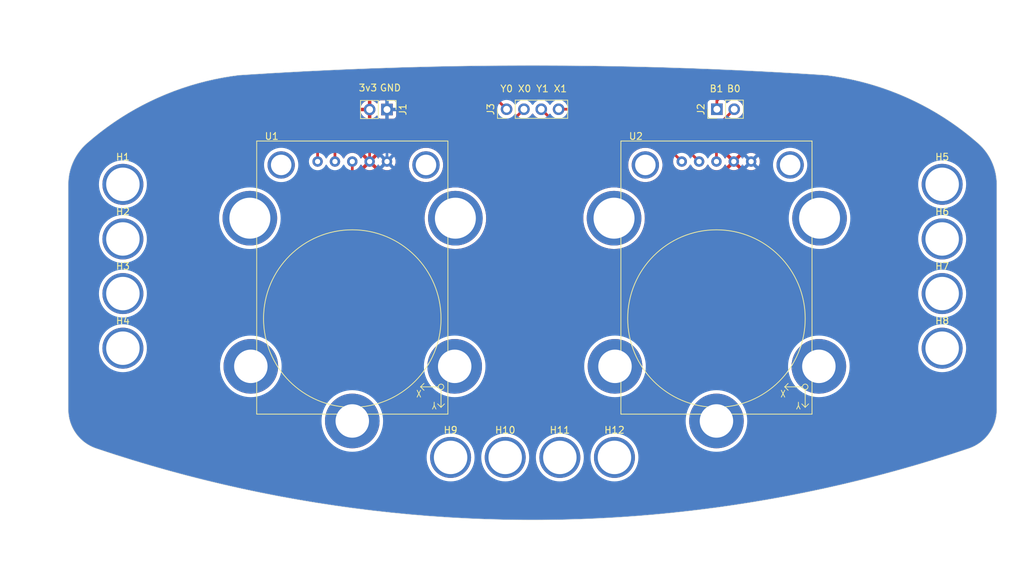
<source format=kicad_pcb>
(kicad_pcb (version 20221018) (generator pcbnew)
  (layers (0 "F.Cu" signal) (31 "B.Cu" signal) (34 "B.Paste" user) (35 "F.Paste" user) (36 "B.SilkS" user "B.Silkscreen") (37 "F.SilkS" user "F.Silkscreen") (38 "B.Mask" user) (39 "F.Mask" user) (44 "Edge.Cuts" user))
  (net 0 "")
  (net 1 "Y0")
  (net 2 "X0")
  (net 3 "3v3")
  (net 4 "Button0")
  (net 5 "GND")
  (net 6 "Y1")
  (net 7 "X1")
  (net 8 "Button1")
  (footprint "MountingHole:MountingHole_4mm" (layer "F.Cu") (at 68 77)
    (fp_text reference "H1" (at 0 -4) (layer "F.SilkS"))
    (fp_text value "MountingHole")
    (pad "" np_thru_hole circle (at 0 0) (size 6 6) (drill 4.9) (layers "*.Cu" "*.Mask"))
  )
  (footprint "MountingHole:MountingHole_4mm" (layer "F.Cu") (at 68 85)
    (fp_text reference "H2" (at 0 -4) (layer "F.SilkS"))
    (fp_text value "MountingHole")
    (pad "" np_thru_hole circle (at 0 0) (size 6 6) (drill 4.9) (layers "*.Cu" "*.Mask"))
  )
  (footprint "MountingHole:MountingHole_4mm" (layer "F.Cu") (at 68 93)
    (fp_text reference "H3" (at 0 -4) (layer "F.SilkS"))
    (fp_text value "MountingHole")
    (pad "" np_thru_hole circle (at 0 0) (size 6 6) (drill 4.9) (layers "*.Cu" "*.Mask"))
  )
  (footprint "MountingHole:MountingHole_4mm" (layer "F.Cu") (at 68 101)
    (fp_text reference "H4" (at 0 -4) (layer "F.SilkS"))
    (fp_text value "MountingHole")
    (pad "" np_thru_hole circle (at 0 0) (size 6 6) (drill 4.9) (layers "*.Cu" "*.Mask"))
  )
  (footprint "MountingHole:MountingHole_4mm" (layer "F.Cu") (at 188 85)
    (fp_text reference "H6" (at 0 -4) (layer "F.SilkS"))
    (fp_text value "MountingHole")
    (pad "" np_thru_hole circle (at 0 0) (size 6 6) (drill 4.9) (layers "*.Cu" "*.Mask"))
  )
  (footprint "MountingHole:MountingHole_4mm" (layer "F.Cu") (at 188 93)
    (fp_text reference "H7" (at 0 -4) (layer "F.SilkS"))
    (fp_text value "MountingHole")
    (pad "" np_thru_hole circle (at 0 0) (size 6 6) (drill 4.9) (layers "*.Cu" "*.Mask"))
  )
  (footprint "MountingHole:MountingHole_4mm" (layer "F.Cu") (at 188 101)
    (fp_text reference "H8" (at 0 -4) (layer "F.SilkS"))
    (fp_text value "MountingHole")
    (pad "" np_thru_hole circle (at 0 0) (size 6 6) (drill 4.9) (layers "*.Cu" "*.Mask"))
  )
  (footprint "MountingHole:MountingHole_4mm" (layer "F.Cu") (at 188 77)
    (fp_text reference "H5" (at 0 -4) (layer "F.SilkS"))
    (fp_text value "MountingHole")
    (pad "" np_thru_hole circle (at 0 0) (size 6 6) (drill 4.9) (layers "*.Cu" "*.Mask"))
  )
  (footprint "Connector_PinHeader_2.54mm:PinHeader_1x02_P2.54mm_Vertical" (layer "F.Cu") (at 106.68 66.04 -90)
    (fp_text reference "J1" (at 0 -2.33 90) (layer "F.SilkS"))
    (fp_text value "Conn_01x02")
    (fp_line (start -1.33 -1.33) (end 0 -1.33) (stroke (width 0.12)) (layer "F.SilkS"))
    (fp_line (start -1.33 0) (end -1.33 -1.33) (stroke (width 0.12)) (layer "F.SilkS"))
    (fp_line (start -1.33 1.27) (end -1.33 3.87) (stroke (width 0.12)) (layer "F.SilkS"))
    (fp_line (start -1.33 1.27) (end 1.33 1.27) (stroke (width 0.12)) (layer "F.SilkS"))
    (fp_line (start -1.33 3.87) (end 1.33 3.87) (stroke (width 0.12)) (layer "F.SilkS"))
    (fp_line (start 1.33 1.27) (end 1.33 3.87) (stroke (width 0.12)) (layer "F.SilkS"))
    (pad "1" thru_hole rect (at 0 0 270) (size 1.7 1.7) (drill 1) (layers "*.Cu" "*.Mask") (net 5 "GND"))
    (pad "2" thru_hole oval (at 0 2.54 270) (size 1.7 1.7) (drill 1) (layers "*.Cu" "*.Mask") (net 3 "3v3"))
  )
  (footprint "MountingHole:MountingHole_4mm" (layer "F.Cu") (at 132 117)
    (fp_text reference "H11" (at 0 -4) (layer "F.SilkS"))
    (fp_text value "MountingHole")
    (pad "" np_thru_hole circle (at 0 0) (size 6 6) (drill 4.9) (layers "*.Cu" "*.Mask"))
  )
  (footprint "MountingHole:MountingHole_4mm" (layer "F.Cu") (at 124 117)
    (fp_text reference "H10" (at 0 -4) (layer "F.SilkS"))
    (fp_text value "MountingHole")
    (pad "" np_thru_hole circle (at 0 0) (size 6 6) (drill 4.9) (layers "*.Cu" "*.Mask"))
  )
  (footprint "joystick-board:joystick" (layer "F.Cu") (at 154.94 73.66)
    (fp_text reference "U2" (at -11.8 -3.7) (layer "F.SilkS"))
    (fp_text value "joystick")
    (fp_line (start -14 -3) (end 14 -3) (stroke (width 0.12)) (layer "F.SilkS"))
    (fp_line (start -14 37) (end -14 -3) (stroke (width 0.12)) (layer "F.SilkS"))
    (fp_line (start 9.5 33.5) (end 10 34.5) (stroke (width 0.12)) (layer "F.SilkS"))
    (fp_line (start 10 33) (end 10.5 32.5) (stroke (width 0.12)) (layer "F.SilkS"))
    (fp_line (start 10 33) (end 10.5 33.5) (stroke (width 0.12)) (layer "F.SilkS"))
    (fp_line (start 10 33) (end 12.5 33) (stroke (width 0.12)) (layer "F.SilkS"))
    (fp_line (start 10 33.5) (end 9.5 34.5) (stroke (width 0.12)) (layer "F.SilkS"))
    (fp_line (start 12 35.75) (end 11.75 36.25) (stroke (width 0.12)) (layer "F.SilkS"))
    (fp_line (start 12 35.75) (end 12 35.25) (stroke (width 0.12)) (layer "F.SilkS"))
    (fp_line (start 12.25 36.25) (end 12 35.75) (stroke (width 0.12)) (layer "F.SilkS"))
    (fp_line (start 12.5 35.5) (end 13 36) (stroke (width 0.12)) (layer "F.SilkS"))
    (fp_line (start 13 33.4) (end 13 36) (stroke (width 0.12)) (layer "F.SilkS"))
    (fp_line (start 13 36) (end 13.5 35.5) (stroke (width 0.12)) (layer "F.SilkS"))
    (fp_line (start 14 -3) (end 14 37) (stroke (width 0.12)) (layer "F.SilkS"))
    (fp_line (start 14 37) (end -14 37) (stroke (width 0.12)) (layer "F.SilkS"))
    (fp_circle (center 0 23) (end 13 23) (stroke (width 0.12)) (fill none) (layer "F.SilkS"))
    (fp_circle (center 13 33) (end 13.4 33) (stroke (width 0.12)) (fill none) (layer "F.SilkS"))
    (pad "" np_thru_hole circle (at -15 8.3) (size 8 8) (drill 6) (layers "*.Cu" "*.Mask"))
    (pad "" np_thru_hole circle (at -14.859 30) (size 8 8) (drill 4.9) (layers "*.Cu" "*.Mask"))
    (pad "" np_thru_hole circle (at -10.414 0.5) (size 4 4) (drill 3) (layers "*.Cu" "*.Mask"))
    (pad "" np_thru_hole circle (at 0 38) (size 8 8) (drill 4.9) (layers "*.Cu" "*.Mask"))
    (pad "" np_thru_hole circle (at 10.795 0.5) (size 4 4) (drill 3) (layers "*.Cu" "*.Mask"))
    (pad "" np_thru_hole circle (at 15 30) (size 8 8) (drill 4.9) (layers "*.Cu" "*.Mask"))
    (pad "" np_thru_hole circle (at 15.1 8.3) (size 8 8) (drill 6) (layers "*.Cu" "*.Mask"))
    (pad "0" thru_hole circle (at -5.08 0) (size 1.524 1.524) (drill 0.762) (layers "*.Cu" "*.Mask") (net 6 "Y1"))
    (pad "1" thru_hole circle (at -2.54 0) (size 1.524 1.524) (drill 0.762) (layers "*.Cu" "*.Mask") (net 7 "X1"))
    (pad "2" thru_hole circle (at 0 0) (size 1.524 1.524) (drill 0.762) (layers "*.Cu" "*.Mask") (net 8 "Button1"))
    (pad "3" thru_hole circle (at 2.54 0) (size 1.524 1.524) (drill 0.762) (layers "*.Cu" "*.Mask") (net 3 "3v3"))
    (pad "4" thru_hole circle (at 5.08 0) (size 1.524 1.524) (drill 0.762) (layers "*.Cu" "*.Mask") (net 5 "GND"))
  )
  (footprint "MountingHole:MountingHole_4mm" (layer "F.Cu") (at 116 117)
    (fp_text reference "H9" (at 0 -4) (layer "F.SilkS"))
    (fp_text value "MountingHole")
    (pad "" np_thru_hole circle (at 0 0) (size 6 6) (drill 4.9) (layers "*.Cu" "*.Mask"))
  )
  (footprint "joystick-board:joystick" (layer "F.Cu") (at 101.6 73.66)
    (fp_text reference "U1" (at -11.8 -3.7) (layer "F.SilkS"))
    (fp_text value "joystick")
    (fp_line (start -14 -3) (end 14 -3) (stroke (width 0.12)) (layer "F.SilkS"))
    (fp_line (start -14 37) (end -14 -3) (stroke (width 0.12)) (layer "F.SilkS"))
    (fp_line (start 9.5 33.5) (end 10 34.5) (stroke (width 0.12)) (layer "F.SilkS"))
    (fp_line (start 10 33) (end 10.5 32.5) (stroke (width 0.12)) (layer "F.SilkS"))
    (fp_line (start 10 33) (end 10.5 33.5) (stroke (width 0.12)) (layer "F.SilkS"))
    (fp_line (start 10 33) (end 12.5 33) (stroke (width 0.12)) (layer "F.SilkS"))
    (fp_line (start 10 33.5) (end 9.5 34.5) (stroke (width 0.12)) (layer "F.SilkS"))
    (fp_line (start 12 35.75) (end 11.75 36.25) (stroke (width 0.12)) (layer "F.SilkS"))
    (fp_line (start 12 35.75) (end 12 35.25) (stroke (width 0.12)) (layer "F.SilkS"))
    (fp_line (start 12.25 36.25) (end 12 35.75) (stroke (width 0.12)) (layer "F.SilkS"))
    (fp_line (start 12.5 35.5) (end 13 36) (stroke (width 0.12)) (layer "F.SilkS"))
    (fp_line (start 13 33.4) (end 13 36) (stroke (width 0.12)) (layer "F.SilkS"))
    (fp_line (start 13 36) (end 13.5 35.5) (stroke (width 0.12)) (layer "F.SilkS"))
    (fp_line (start 14 -3) (end 14 37) (stroke (width 0.12)) (layer "F.SilkS"))
    (fp_line (start 14 37) (end -14 37) (stroke (width 0.12)) (layer "F.SilkS"))
    (fp_circle (center 0 23) (end 13 23) (stroke (width 0.12)) (fill none) (layer "F.SilkS"))
    (fp_circle (center 13 33) (end 13.4 33) (stroke (width 0.12)) (fill none) (layer "F.SilkS"))
    (pad "" np_thru_hole circle (at -15 8.3) (size 8 8) (drill 6) (layers "*.Cu" "*.Mask"))
    (pad "" np_thru_hole circle (at -14.859 30) (size 8 8) (drill 4.9) (layers "*.Cu" "*.Mask"))
    (pad "" np_thru_hole circle (at -10.414 0.5) (size 4 4) (drill 3) (layers "*.Cu" "*.Mask"))
    (pad "" np_thru_hole circle (at 0 38) (size 8 8) (drill 4.9) (layers "*.Cu" "*.Mask"))
    (pad "" np_thru_hole circle (at 10.795 0.5) (size 4 4) (drill 3) (layers "*.Cu" "*.Mask"))
    (pad "" np_thru_hole circle (at 15 30) (size 8 8) (drill 4.9) (layers "*.Cu" "*.Mask"))
    (pad "" np_thru_hole circle (at 15.1 8.3) (size 8 8) (drill 6) (layers "*.Cu" "*.Mask"))
    (pad "0" thru_hole circle (at -5.08 0) (size 1.524 1.524) (drill 0.762) (layers "*.Cu" "*.Mask") (net 1 "Y0"))
    (pad "1" thru_hole circle (at -2.54 0) (size 1.524 1.524) (drill 0.762) (layers "*.Cu" "*.Mask") (net 2 "X0"))
    (pad "2" thru_hole circle (at 0 0) (size 1.524 1.524) (drill 0.762) (layers "*.Cu" "*.Mask") (net 4 "Button0"))
    (pad "3" thru_hole circle (at 2.54 0) (size 1.524 1.524) (drill 0.762) (layers "*.Cu" "*.Mask") (net 3 "3v3"))
    (pad "4" thru_hole circle (at 5.08 0) (size 1.524 1.524) (drill 0.762) (layers "*.Cu" "*.Mask") (net 5 "GND"))
  )
  (footprint "Connector_PinHeader_2.54mm:PinHeader_1x04_P2.54mm_Vertical" (layer "F.Cu") (at 124.2 66 90)
    (fp_text reference "J3" (at 0 -2.33 90) (layer "F.SilkS"))
    (fp_text value "Conn_01x04")
    (fp_line (start -1.33 -1.33) (end 0 -1.33) (stroke (width 0.12)) (layer "F.SilkS"))
    (fp_line (start -1.33 0) (end -1.33 -1.33) (stroke (width 0.12)) (layer "F.SilkS"))
    (fp_line (start -1.33 1.27) (end -1.33 8.95) (stroke (width 0.12)) (layer "F.SilkS"))
    (fp_line (start -1.33 1.27) (end 1.33 1.27) (stroke (width 0.12)) (layer "F.SilkS"))
    (fp_line (start -1.33 8.95) (end 1.33 8.95) (stroke (width 0.12)) (layer "F.SilkS"))
    (fp_line (start 1.33 1.27) (end 1.33 8.95) (stroke (width 0.12)) (layer "F.SilkS"))
    (pad "1" thru_hole custom (at 0 0 90) (size 1.7 1.7) (drill 1) (layers "*.Cu" "*.Mask") (net 1 "Y0") (options (clearance outline) (anchor circle)) (primitives))
    (pad "2" thru_hole oval (at 0 2.54 90) (size 1.7 1.7) (drill 1) (layers "*.Cu" "*.Mask") (net 2 "X0"))
    (pad "3" thru_hole oval (at 0 5.08 90) (size 1.7 1.7) (drill 1) (layers "*.Cu" "*.Mask") (net 6 "Y1"))
    (pad "4" thru_hole oval (at 0 7.62 90) (size 1.7 1.7) (drill 1) (layers "*.Cu" "*.Mask") (net 7 "X1"))
  )
  (footprint "MountingHole:MountingHole_4mm" (layer "F.Cu") (at 140 117)
    (fp_text reference "H12" (at 0 -4) (layer "F.SilkS"))
    (fp_text value "MountingHole")
    (pad "" np_thru_hole circle (at 0 0) (size 6 6) (drill 4.9) (layers "*.Cu" "*.Mask"))
  )
  (footprint "Connector_PinHeader_2.54mm:PinHeader_1x02_P2.54mm_Vertical" (layer "F.Cu") (at 155 66 90)
    (fp_text reference "J2" (at 0 -2.33 90) (layer "F.SilkS"))
    (fp_text value "Conn_01x02")
    (fp_line (start -1.33 -1.33) (end 0 -1.33) (stroke (width 0.12)) (layer "F.SilkS"))
    (fp_line (start -1.33 0) (end -1.33 -1.33) (stroke (width 0.12)) (layer "F.SilkS"))
    (fp_line (start -1.33 1.27) (end -1.33 3.87) (stroke (width 0.12)) (layer "F.SilkS"))
    (fp_line (start -1.33 1.27) (end 1.33 1.27) (stroke (width 0.12)) (layer "F.SilkS"))
    (fp_line (start -1.33 3.87) (end 1.33 3.87) (stroke (width 0.12)) (layer "F.SilkS"))
    (fp_line (start 1.33 1.27) (end 1.33 3.87) (stroke (width 0.12)) (layer "F.SilkS"))
    (pad "1" thru_hole rect (at 0 0 90) (size 1.7 1.7) (drill 1) (layers "*.Cu" "*.Mask") (net 4 "Button0"))
    (pad "2" thru_hole oval (at 0 2.54 90) (size 1.7 1.7) (drill 1) (layers "*.Cu" "*.Mask") (net 8 "Button1"))
  )
  (gr_line (start 196 110) (end 196 77) (stroke (width 0.05)) (layer "Edge.Cuts"))
  (gr_arc (start 196 110) (mid 194.867453 113.508262) (end 191.897367 115.6921) (stroke (width 0.05)) (layer "Edge.Cuts"))
  (gr_arc (start 62.79367 70.925948) (mid 73.149931 64.29249) (end 85.000321 61.00263) (stroke (width 0.05)) (layer "Edge.Cuts"))
  (gr_arc (start 60 77) (mid 60.731897 73.657145) (end 62.793669 70.925947) (stroke (width 0.05)) (layer "Edge.Cuts"))
  (gr_arc (start 85.00032 61.002631) (mid 127.999999 59.581891) (end 170.999678 61.002631) (stroke (width 0.05)) (layer "Edge.Cuts"))
  (gr_line (start 60 77) (end 60 110) (stroke (width 0.05)) (layer "Edge.Cuts"))
  (gr_arc (start 64.102633 115.6921) (mid 61.132547 113.508262) (end 60 110) (stroke (width 0.05)) (layer "Edge.Cuts"))
  (gr_arc (start 193.206331 70.925947) (mid 195.268103 73.657145) (end 196 77) (stroke (width 0.05)) (layer "Edge.Cuts"))
  (gr_arc (start 191.897367 115.6921) (mid 128 126.164848) (end 64.102633 115.6921) (stroke (width 0.05)) (layer "Edge.Cuts"))
  (gr_arc (start 170.999679 61.00263) (mid 182.850069 64.29249) (end 193.20633 70.925948) (stroke (width 0.05)) (layer "Edge.Cuts"))
  (gr_text "Rev. 2" (at 180.5305 89.027 90) (layer "F.Cu") (effects (font (size 1.2 1.2) (thickness 0.2))))
  (gr_text "Brick Mounted Joystick Board" (at 88.4555 116.713 -12) (layer "F.Cu") (effects (font (size 1.5 1.5) (thickness 0.3))))
  (gr_text "github.com/barafael/brick-rover-brainboard" (at 177.546 89.027 90) (layer "F.Cu") (effects (font (size 1.2 1.2) (thickness 0.2))))
  (gr_text "Rafael Bachmann, Nov. 2021" (at 168.148 116.713 12) (layer "F.Cu") (effects (font (size 1.5 1.5) (thickness 0.3))))
  (gr_text "Y0" (at 124.206 62.992) (layer "F.SilkS") (effects (font (size 1 1))))
  (gr_text "X0" (at 126.830666 62.992) (layer "F.SilkS") (effects (font (size 1 1))))
  (gr_text "Y1" (at 129.455332 62.992) (layer "F.SilkS") (effects (font (size 1 1))))
  (gr_text "X1" (at 132.08 62.992) (layer "F.SilkS") (effects (font (size 1 1))))
  (gr_text "B1" (at 154.94 62.992) (layer "F.SilkS") (effects (font (size 1 1))))
  (gr_text "B0" (at 157.48 62.992) (layer "F.SilkS") (effects (font (size 1 1))))
  (gr_text "GND" (at 107.188 62.865) (layer "F.SilkS") (effects (font (size 1 1))))
  (gr_text "3v3" (at 103.886 62.865) (layer "F.SilkS") (effects (font (size 1 1))))
  (segment (start 96.52 65.532) (end 100.076 61.976) (width 0.4) (layer "F.Cu") (net 1))
  (segment (start 96.52 73.66) (end 96.52 65.532) (width 0.4) (layer "F.Cu") (net 1))
  (segment (start 120.2 62) (end 124.2 66) (width 0.4) (layer "F.Cu") (net 1))
  (segment (start 100.076 61.976) (end 120.2 62) (width 0.4) (layer "F.Cu") (net 1))
  (segment (start 123 68) (end 118 63) (width 0.4) (layer "F.Cu") (net 2))
  (segment (start 101.6 63) (end 99.06 65.532) (width 0.4) (layer "F.Cu") (net 2))
  (segment (start 118 63) (end 101.6 63) (width 0.4) (layer "F.Cu") (net 2))
  (segment (start 126.74 66) (end 124.74 68) (width 0.4) (layer "F.Cu") (net 2))
  (segment (start 99.06 65.532) (end 99.06 73.66) (width 0.4) (layer "F.Cu") (net 2))
  (segment (start 124.74 68) (end 123 68) (width 0.4) (layer "F.Cu") (net 2))
  (segment (start 104.14 66.04) (end 104.14 73.66) (width 0.4) (layer "F.Cu") (net 3))
  (segment (start 104.14 73.66) (end 107.442 76.962) (width 0.4) (layer "F.Cu") (net 3))
  (segment (start 154.178 76.962) (end 157.48 73.66) (width 0.4) (layer "F.Cu") (net 3))
  (segment (start 107.442 76.962) (end 154.178 76.962) (width 0.4) (layer "F.Cu") (net 3))
  (segment (start 162.56 76.708) (end 162.56 65.786) (width 0.4) (layer "F.Cu") (net 4))
  (segment (start 101.6 78.994) (end 112.014 89.408) (width 0.4) (layer "F.Cu") (net 4))
  (segment (start 155 64.75) (end 155 66) (width 0.4) (layer "F.Cu") (net 4))
  (segment (start 160.02 63.246) (end 156.504 63.246) (width 0.4) (layer "F.Cu") (net 4))
  (segment (start 112.014 89.408) (end 149.86 89.408) (width 0.4) (layer "F.Cu") (net 4))
  (segment (start 156.504 63.246) (end 155 64.75) (width 0.4) (layer "F.Cu") (net 4))
  (segment (start 162.56 65.786) (end 160.02 63.246) (width 0.4) (layer "F.Cu") (net 4))
  (segment (start 101.6 73.66) (end 101.6 78.994) (width 0.4) (layer "F.Cu") (net 4))
  (segment (start 149.86 89.408) (end 162.56 76.708) (width 0.4) (layer "F.Cu") (net 4))
  (segment (start 109.34 71) (end 157.36 71) (width 0.4) (layer "B.Cu") (net 5))
  (segment (start 106.68 73.66) (end 106.68 66.04) (width 0.4) (layer "B.Cu") (net 5))
  (segment (start 106.68 73.66) (end 109.34 71) (width 0.4) (layer "B.Cu") (net 5))
  (segment (start 157.36 71) (end 160.02 73.66) (width 0.4) (layer "B.Cu") (net 5))
  (segment (start 129.28 66) (end 131.28 68) (width 0.4) (layer "F.Cu") (net 6))
  (segment (start 131.28 68) (end 144.2 68) (width 0.4) (layer "F.Cu") (net 6))
  (segment (start 144.2 68) (end 149.86 73.66) (width 0.4) (layer "F.Cu") (net 6))
  (segment (start 144.74 66) (end 152.4 73.66) (width 0.4) (layer "F.Cu") (net 7))
  (segment (start 131.82 66) (end 144.74 66) (width 0.4) (layer "F.Cu") (net 7))
  (segment (start 157.54 66) (end 158 66) (width 0.4) (layer "F.Cu") (net 8))
  (segment (start 154.94 68.6) (end 157.54 66) (width 0.4) (layer "F.Cu") (net 8))
  (segment (start 154.94 73.66) (end 154.94 68.6) (width 0.4) (layer "F.Cu") (net 8))
  (zone (net 3) (net_name "3v3") (layer "F.Cu") (connect_pads (clearance 0.508)) (min_thickness 0.254) (fill yes (thermal_gap 0.508) (thermal_bridge_width 0.508))
    (polygon (pts (xy 200 135) (xy 50 135) (xy 50 50) (xy 200 50)))
  )
  (zone (net 5) (net_name "GND") (layer "B.Cu") (connect_pads (clearance 0.508)) (min_thickness 0.254) (fill yes (thermal_gap 0.508) (thermal_bridge_width 0.508))
    (polygon (pts (xy 200 135) (xy 50 135) (xy 50 50) (xy 200 50)))
  )
)
</source>
